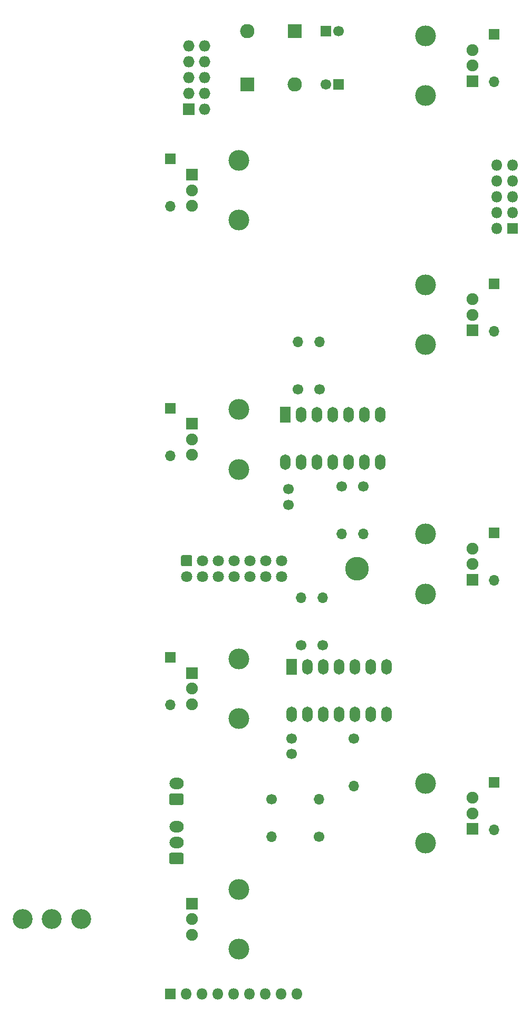
<source format=gbr>
%TF.GenerationSoftware,KiCad,Pcbnew,5.1.6-c6e7f7d~87~ubuntu20.04.1*%
%TF.CreationDate,2020-10-29T23:15:31-04:00*%
%TF.ProjectId,waveshaper,77617665-7368-4617-9065-722e6b696361,rev?*%
%TF.SameCoordinates,Original*%
%TF.FileFunction,Soldermask,Top*%
%TF.FilePolarity,Negative*%
%FSLAX46Y46*%
G04 Gerber Fmt 4.6, Leading zero omitted, Abs format (unit mm)*
G04 Created by KiCad (PCBNEW 5.1.6-c6e7f7d~87~ubuntu20.04.1) date 2020-10-29 23:15:31*
%MOMM*%
%LPD*%
G01*
G04 APERTURE LIST*
%ADD10O,1.827200X1.827200*%
%ADD11R,1.827200X1.827200*%
%ADD12C,1.800000*%
%ADD13C,3.800000*%
%ADD14O,2.300000X1.840000*%
%ADD15O,1.700000X1.700000*%
%ADD16C,1.700000*%
%ADD17R,1.700000X1.700000*%
%ADD18O,2.300000X2.300000*%
%ADD19R,2.300000X2.300000*%
%ADD20O,1.700000X2.500000*%
%ADD21R,1.700000X2.500000*%
%ADD22R,1.900000X1.900000*%
%ADD23C,1.900000*%
%ADD24C,3.340000*%
%ADD25C,3.200000*%
%ADD26R,1.800000X1.800000*%
%ADD27O,1.800000X1.800000*%
G04 APERTURE END LIST*
D10*
%TO.C,J13*%
X125540000Y-25840000D03*
X123000000Y-25840000D03*
X125540000Y-28380000D03*
X123000000Y-28380000D03*
X125540000Y-30920000D03*
X123000000Y-30920000D03*
X125540000Y-33460000D03*
X123000000Y-33460000D03*
X125540000Y-36000000D03*
D11*
X123000000Y-36000000D03*
%TD*%
D12*
%TO.C,J10*%
X137870000Y-111000000D03*
X135330000Y-111000000D03*
X132790000Y-111000000D03*
X130250000Y-111000000D03*
X127710000Y-111000000D03*
X125170000Y-111000000D03*
X122630000Y-111000000D03*
X137870000Y-108460000D03*
X135330000Y-108460000D03*
X132790000Y-108460000D03*
X130250000Y-108460000D03*
X127710000Y-108460000D03*
X125170000Y-108460000D03*
G36*
G01*
X121994706Y-107560000D02*
X123265294Y-107560000D01*
G75*
G02*
X123530000Y-107824706I0J-264706D01*
G01*
X123530000Y-109095294D01*
G75*
G02*
X123265294Y-109360000I-264706J0D01*
G01*
X121994706Y-109360000D01*
G75*
G02*
X121730000Y-109095294I0J264706D01*
G01*
X121730000Y-107824706D01*
G75*
G02*
X121994706Y-107560000I264706J0D01*
G01*
G37*
%TD*%
D13*
%TO.C,REF\u002A\u002A*%
X150000000Y-109750000D03*
%TD*%
D14*
%TO.C,J11*%
X121000000Y-151170000D03*
X121000000Y-153710000D03*
G36*
G01*
X121885633Y-157170000D02*
X120114367Y-157170000D01*
G75*
G02*
X119850000Y-156905633I0J264367D01*
G01*
X119850000Y-155594367D01*
G75*
G02*
X120114367Y-155330000I264367J0D01*
G01*
X121885633Y-155330000D01*
G75*
G02*
X122150000Y-155594367I0J-264367D01*
G01*
X122150000Y-156905633D01*
G75*
G02*
X121885633Y-157170000I-264367J0D01*
G01*
G37*
%TD*%
%TO.C,J20*%
X121000000Y-144210000D03*
G36*
G01*
X121885633Y-147670000D02*
X120114367Y-147670000D01*
G75*
G02*
X119850000Y-147405633I0J264367D01*
G01*
X119850000Y-146094367D01*
G75*
G02*
X120114367Y-145830000I264367J0D01*
G01*
X121885633Y-145830000D01*
G75*
G02*
X122150000Y-146094367I0J-264367D01*
G01*
X122150000Y-147405633D01*
G75*
G02*
X121885633Y-147670000I-264367J0D01*
G01*
G37*
%TD*%
D15*
%TO.C,R25*%
X143870000Y-146750000D03*
D16*
X136250000Y-146750000D03*
%TD*%
D15*
%TO.C,R26*%
X136250000Y-152750000D03*
D16*
X143870000Y-152750000D03*
%TD*%
%TO.C,C14*%
X147000000Y-23500000D03*
D17*
X145000000Y-23500000D03*
%TD*%
D18*
%TO.C,D2*%
X132380000Y-23500000D03*
D19*
X140000000Y-23500000D03*
%TD*%
D16*
%TO.C,C15*%
X145000000Y-32000000D03*
D17*
X147000000Y-32000000D03*
%TD*%
D18*
%TO.C,D3*%
X140000000Y-32000000D03*
D19*
X132380000Y-32000000D03*
%TD*%
D20*
%TO.C,U5*%
X138500000Y-92620000D03*
X153740000Y-85000000D03*
X141040000Y-92620000D03*
X151200000Y-85000000D03*
X143580000Y-92620000D03*
X148660000Y-85000000D03*
X146120000Y-92620000D03*
X146120000Y-85000000D03*
X148660000Y-92620000D03*
X143580000Y-85000000D03*
X151200000Y-92620000D03*
X141040000Y-85000000D03*
X153740000Y-92620000D03*
D21*
X138500000Y-85000000D03*
%TD*%
D22*
%TO.C,RV8*%
X123500000Y-163500000D03*
D23*
X123500000Y-166000000D03*
X123500000Y-168500000D03*
D24*
X131000000Y-170800000D03*
X131000000Y-161200000D03*
%TD*%
D22*
%TO.C,RV7*%
X168500000Y-151500000D03*
D23*
X168500000Y-149000000D03*
X168500000Y-146500000D03*
D24*
X161000000Y-144200000D03*
X161000000Y-153800000D03*
%TD*%
D22*
%TO.C,RV6*%
X123500000Y-126500000D03*
D23*
X123500000Y-129000000D03*
X123500000Y-131500000D03*
D24*
X131000000Y-133800000D03*
X131000000Y-124200000D03*
%TD*%
D22*
%TO.C,RV5*%
X168500000Y-111500000D03*
D23*
X168500000Y-109000000D03*
X168500000Y-106500000D03*
D24*
X161000000Y-104200000D03*
X161000000Y-113800000D03*
%TD*%
D22*
%TO.C,RV4*%
X123500000Y-86500000D03*
D23*
X123500000Y-89000000D03*
X123500000Y-91500000D03*
D24*
X131000000Y-93800000D03*
X131000000Y-84200000D03*
%TD*%
D22*
%TO.C,RV3*%
X168500000Y-71500000D03*
D23*
X168500000Y-69000000D03*
X168500000Y-66500000D03*
D24*
X161000000Y-64200000D03*
X161000000Y-73800000D03*
%TD*%
D22*
%TO.C,RV2*%
X123500000Y-46500000D03*
D23*
X123500000Y-49000000D03*
X123500000Y-51500000D03*
D24*
X131000000Y-53800000D03*
X131000000Y-44200000D03*
%TD*%
D22*
%TO.C,RV1*%
X168500000Y-31500000D03*
D23*
X168500000Y-29000000D03*
X168500000Y-26500000D03*
D24*
X161000000Y-24200000D03*
X161000000Y-33800000D03*
%TD*%
D20*
%TO.C,U4*%
X139500000Y-133120000D03*
X154740000Y-125500000D03*
X142040000Y-133120000D03*
X152200000Y-125500000D03*
X144580000Y-133120000D03*
X149660000Y-125500000D03*
X147120000Y-133120000D03*
X147120000Y-125500000D03*
X149660000Y-133120000D03*
X144580000Y-125500000D03*
X152200000Y-133120000D03*
X142040000Y-125500000D03*
X154740000Y-133120000D03*
D21*
X139500000Y-125500000D03*
%TD*%
D25*
%TO.C,SW1*%
X105700000Y-166000000D03*
X96300000Y-166000000D03*
X101000000Y-166000000D03*
%TD*%
D15*
%TO.C,R14*%
X141000000Y-114380000D03*
D16*
X141000000Y-122000000D03*
%TD*%
%TO.C,R13*%
X144000000Y-81000000D03*
D15*
X144000000Y-73380000D03*
%TD*%
D16*
%TO.C,R12*%
X147500000Y-96500000D03*
D15*
X147500000Y-104120000D03*
%TD*%
%TO.C,R11*%
X149500000Y-144620000D03*
D16*
X149500000Y-137000000D03*
%TD*%
D15*
%TO.C,R10*%
X144500000Y-114380000D03*
D16*
X144500000Y-122000000D03*
%TD*%
D15*
%TO.C,R9*%
X140500000Y-73380000D03*
D16*
X140500000Y-81000000D03*
%TD*%
%TO.C,R8*%
X151000000Y-96500000D03*
D15*
X151000000Y-104120000D03*
%TD*%
D26*
%TO.C,J30*%
X175000000Y-55160000D03*
D27*
X172460000Y-55160000D03*
X175000000Y-52620000D03*
X172460000Y-52620000D03*
X175000000Y-50080000D03*
X172460000Y-50080000D03*
X175000000Y-47540000D03*
X172460000Y-47540000D03*
X175000000Y-45000000D03*
X172460000Y-45000000D03*
%TD*%
%TO.C,J15*%
X140320000Y-178000000D03*
X137780000Y-178000000D03*
X135240000Y-178000000D03*
X132700000Y-178000000D03*
X130160000Y-178000000D03*
X127620000Y-178000000D03*
X125080000Y-178000000D03*
X122540000Y-178000000D03*
D26*
X120000000Y-178000000D03*
%TD*%
D15*
%TO.C,D10*%
X172000000Y-151620000D03*
D17*
X172000000Y-144000000D03*
%TD*%
D15*
%TO.C,D9*%
X120000000Y-131620000D03*
D17*
X120000000Y-124000000D03*
%TD*%
D15*
%TO.C,D8*%
X172000000Y-111620000D03*
D17*
X172000000Y-104000000D03*
%TD*%
D15*
%TO.C,D7*%
X120000000Y-91620000D03*
D17*
X120000000Y-84000000D03*
%TD*%
D15*
%TO.C,D6*%
X172000000Y-71620000D03*
D17*
X172000000Y-64000000D03*
%TD*%
D15*
%TO.C,D5*%
X120000000Y-51620000D03*
D17*
X120000000Y-44000000D03*
%TD*%
D15*
%TO.C,D4*%
X172000000Y-31620000D03*
D17*
X172000000Y-24000000D03*
%TD*%
D16*
%TO.C,C17*%
X139500000Y-139500000D03*
X139500000Y-137000000D03*
%TD*%
%TO.C,C16*%
X139000000Y-99500000D03*
X139000000Y-97000000D03*
%TD*%
M02*

</source>
